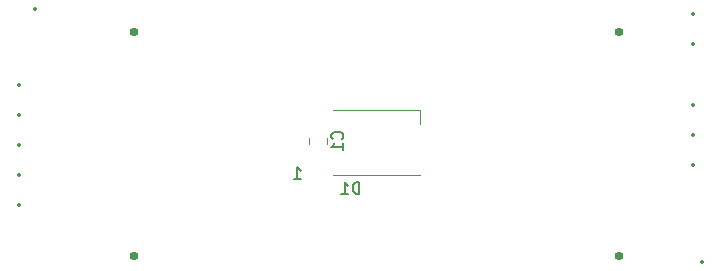
<source format=gbo>
%TF.GenerationSoftware,KiCad,Pcbnew,8.0.5*%
%TF.CreationDate,2025-02-14T13:05:26+01:00*%
%TF.ProjectId,servo_plate,73657276-6f5f-4706-9c61-74652e6b6963,rev?*%
%TF.SameCoordinates,Original*%
%TF.FileFunction,Legend,Bot*%
%TF.FilePolarity,Positive*%
%FSLAX46Y46*%
G04 Gerber Fmt 4.6, Leading zero omitted, Abs format (unit mm)*
G04 Created by KiCad (PCBNEW 8.0.5) date 2025-02-14 13:05:26*
%MOMM*%
%LPD*%
G01*
G04 APERTURE LIST*
%ADD10C,0.150000*%
%ADD11C,0.120000*%
%ADD12O,0.762000X0.762000*%
%ADD13C,0.350000*%
G04 APERTURE END LIST*
D10*
X113539580Y-74033333D02*
X113587200Y-73985714D01*
X113587200Y-73985714D02*
X113634819Y-73842857D01*
X113634819Y-73842857D02*
X113634819Y-73747619D01*
X113634819Y-73747619D02*
X113587200Y-73604762D01*
X113587200Y-73604762D02*
X113491961Y-73509524D01*
X113491961Y-73509524D02*
X113396723Y-73461905D01*
X113396723Y-73461905D02*
X113206247Y-73414286D01*
X113206247Y-73414286D02*
X113063390Y-73414286D01*
X113063390Y-73414286D02*
X112872914Y-73461905D01*
X112872914Y-73461905D02*
X112777676Y-73509524D01*
X112777676Y-73509524D02*
X112682438Y-73604762D01*
X112682438Y-73604762D02*
X112634819Y-73747619D01*
X112634819Y-73747619D02*
X112634819Y-73842857D01*
X112634819Y-73842857D02*
X112682438Y-73985714D01*
X112682438Y-73985714D02*
X112730057Y-74033333D01*
X113634819Y-74985714D02*
X113634819Y-74414286D01*
X113634819Y-74700000D02*
X112634819Y-74700000D01*
X112634819Y-74700000D02*
X112777676Y-74604762D01*
X112777676Y-74604762D02*
X112872914Y-74509524D01*
X112872914Y-74509524D02*
X112920533Y-74414286D01*
X114988094Y-78704819D02*
X114988094Y-77704819D01*
X114988094Y-77704819D02*
X114749999Y-77704819D01*
X114749999Y-77704819D02*
X114607142Y-77752438D01*
X114607142Y-77752438D02*
X114511904Y-77847676D01*
X114511904Y-77847676D02*
X114464285Y-77942914D01*
X114464285Y-77942914D02*
X114416666Y-78133390D01*
X114416666Y-78133390D02*
X114416666Y-78276247D01*
X114416666Y-78276247D02*
X114464285Y-78466723D01*
X114464285Y-78466723D02*
X114511904Y-78561961D01*
X114511904Y-78561961D02*
X114607142Y-78657200D01*
X114607142Y-78657200D02*
X114749999Y-78704819D01*
X114749999Y-78704819D02*
X114988094Y-78704819D01*
X113464285Y-78704819D02*
X114035713Y-78704819D01*
X113749999Y-78704819D02*
X113749999Y-77704819D01*
X113749999Y-77704819D02*
X113845237Y-77847676D01*
X113845237Y-77847676D02*
X113940475Y-77942914D01*
X113940475Y-77942914D02*
X114035713Y-77990533D01*
X109464285Y-77454819D02*
X110035713Y-77454819D01*
X109749999Y-77454819D02*
X109749999Y-76454819D01*
X109749999Y-76454819D02*
X109845237Y-76597676D01*
X109845237Y-76597676D02*
X109940475Y-76692914D01*
X109940475Y-76692914D02*
X110035713Y-76740533D01*
D11*
%TO.C,C1*%
X110765000Y-73938748D02*
X110765000Y-74461252D01*
X112235000Y-73938748D02*
X112235000Y-74461252D01*
%TO.C,D1*%
X120100000Y-71600000D02*
X112800000Y-71600000D01*
X120100000Y-72750000D02*
X120100000Y-71600000D01*
X120100000Y-77100000D02*
X112800000Y-77100000D01*
%TD*%
D12*
X95950000Y-64950000D03*
X95950000Y-83950000D03*
X136950000Y-64950000D03*
X136950000Y-83950000D03*
D13*
X87500000Y-63000000D03*
X143250000Y-71160000D03*
X143250000Y-73700000D03*
X143250000Y-76240000D03*
X143250000Y-65975000D03*
X143250000Y-63435000D03*
X86200000Y-69500000D03*
X86200000Y-72040000D03*
X86200000Y-74580000D03*
X86200000Y-77120000D03*
X86200000Y-79660000D03*
X144000000Y-84500000D03*
M02*

</source>
